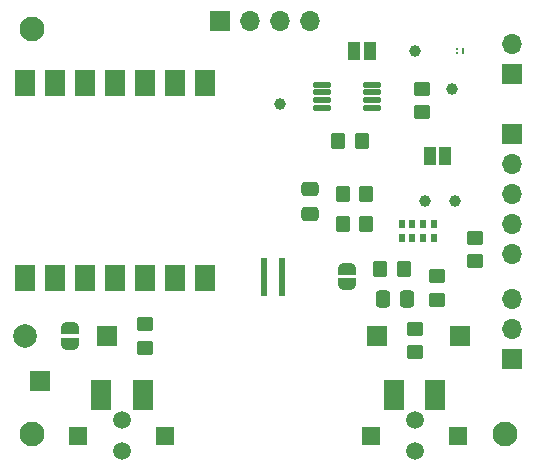
<source format=gts>
G04 #@! TF.GenerationSoftware,KiCad,Pcbnew,(6.0.0-0)*
G04 #@! TF.CreationDate,2022-02-18T10:32:57-06:00*
G04 #@! TF.ProjectId,PhysarumV1,50687973-6172-4756-9d56-312e6b696361,rev?*
G04 #@! TF.SameCoordinates,Original*
G04 #@! TF.FileFunction,Soldermask,Top*
G04 #@! TF.FilePolarity,Negative*
%FSLAX46Y46*%
G04 Gerber Fmt 4.6, Leading zero omitted, Abs format (unit mm)*
G04 Created by KiCad (PCBNEW (6.0.0-0)) date 2022-02-18 10:32:57*
%MOMM*%
%LPD*%
G01*
G04 APERTURE LIST*
G04 Aperture macros list*
%AMRoundRect*
0 Rectangle with rounded corners*
0 $1 Rounding radius*
0 $2 $3 $4 $5 $6 $7 $8 $9 X,Y pos of 4 corners*
0 Add a 4 corners polygon primitive as box body*
4,1,4,$2,$3,$4,$5,$6,$7,$8,$9,$2,$3,0*
0 Add four circle primitives for the rounded corners*
1,1,$1+$1,$2,$3*
1,1,$1+$1,$4,$5*
1,1,$1+$1,$6,$7*
1,1,$1+$1,$8,$9*
0 Add four rect primitives between the rounded corners*
20,1,$1+$1,$2,$3,$4,$5,0*
20,1,$1+$1,$4,$5,$6,$7,0*
20,1,$1+$1,$6,$7,$8,$9,0*
20,1,$1+$1,$8,$9,$2,$3,0*%
%AMFreePoly0*
4,1,22,0.500000,-0.750000,0.000000,-0.750000,0.000000,-0.745033,-0.079941,-0.743568,-0.215256,-0.701293,-0.333266,-0.622738,-0.424486,-0.514219,-0.481581,-0.384460,-0.499164,-0.250000,-0.500000,-0.250000,-0.500000,0.250000,-0.499164,0.250000,-0.499963,0.256109,-0.478152,0.396186,-0.417904,0.524511,-0.324060,0.630769,-0.204165,0.706417,-0.067858,0.745374,0.000000,0.744959,0.000000,0.750000,
0.500000,0.750000,0.500000,-0.750000,0.500000,-0.750000,$1*%
%AMFreePoly1*
4,1,20,0.000000,0.744959,0.073905,0.744508,0.209726,0.703889,0.328688,0.626782,0.421226,0.519385,0.479903,0.390333,0.500000,0.250000,0.500000,-0.250000,0.499851,-0.262216,0.476331,-0.402017,0.414519,-0.529596,0.319384,-0.634700,0.198574,-0.708877,0.061801,-0.746166,0.000000,-0.745033,0.000000,-0.750000,-0.500000,-0.750000,-0.500000,0.750000,0.000000,0.750000,0.000000,0.744959,
0.000000,0.744959,$1*%
G04 Aperture macros list end*
%ADD10R,0.600000X3.300000*%
%ADD11C,1.000000*%
%ADD12RoundRect,0.250000X0.350000X0.450000X-0.350000X0.450000X-0.350000X-0.450000X0.350000X-0.450000X0*%
%ADD13R,1.700000X1.700000*%
%ADD14O,1.700000X1.700000*%
%ADD15R,1.600000X1.600000*%
%ADD16C,1.500000*%
%ADD17R,1.800000X2.500000*%
%ADD18RoundRect,0.250000X0.337500X0.475000X-0.337500X0.475000X-0.337500X-0.475000X0.337500X-0.475000X0*%
%ADD19R,1.700000X2.200000*%
%ADD20RoundRect,0.250000X-0.350000X-0.450000X0.350000X-0.450000X0.350000X0.450000X-0.350000X0.450000X0*%
%ADD21C,2.100000*%
%ADD22RoundRect,0.250000X-0.450000X0.350000X-0.450000X-0.350000X0.450000X-0.350000X0.450000X0.350000X0*%
%ADD23R,1.000000X1.500000*%
%ADD24FreePoly0,270.000000*%
%ADD25FreePoly1,270.000000*%
%ADD26R,0.254000X0.203200*%
%ADD27R,0.254000X0.558800*%
%ADD28R,0.500000X0.800000*%
%ADD29FreePoly0,90.000000*%
%ADD30FreePoly1,90.000000*%
%ADD31RoundRect,0.250000X-0.475000X0.337500X-0.475000X-0.337500X0.475000X-0.337500X0.475000X0.337500X0*%
%ADD32RoundRect,0.250000X0.450000X-0.350000X0.450000X0.350000X-0.450000X0.350000X-0.450000X-0.350000X0*%
%ADD33RoundRect,0.028800X-0.706200X-0.211200X0.706200X-0.211200X0.706200X0.211200X-0.706200X0.211200X0*%
%ADD34C,2.000000*%
G04 APERTURE END LIST*
D10*
X23660000Y-29900000D03*
X22160000Y-29900000D03*
D11*
X35830000Y-23495000D03*
D12*
X30845000Y-25400000D03*
X28845000Y-25400000D03*
D13*
X43180000Y-12705000D03*
D14*
X43180000Y-10165000D03*
D13*
X31750000Y-34925000D03*
D15*
X13810000Y-43380000D03*
D16*
X10160000Y-44630000D03*
X10160000Y-42030000D03*
D15*
X6460000Y-43380000D03*
D17*
X11910000Y-39880000D03*
X8410000Y-39880000D03*
D18*
X34290000Y-31750000D03*
X32215000Y-31750000D03*
D19*
X1902500Y-13440000D03*
X4442500Y-13440000D03*
X6982500Y-13440000D03*
X9522500Y-13440000D03*
X12062500Y-13440000D03*
X14602500Y-13440000D03*
X17142500Y-13440000D03*
D20*
X32020000Y-29210000D03*
X34020000Y-29210000D03*
D21*
X2540000Y-8890000D03*
D13*
X38735000Y-34925000D03*
D22*
X12065000Y-33925000D03*
X12065000Y-35925000D03*
D15*
X38575000Y-43380000D03*
D16*
X34925000Y-42030000D03*
D15*
X31225000Y-43380000D03*
D16*
X34925000Y-44630000D03*
D17*
X36675000Y-39880000D03*
X33175000Y-39880000D03*
D23*
X36195000Y-19685000D03*
X37495000Y-19685000D03*
D19*
X17147500Y-29950000D03*
X14607500Y-29950000D03*
X12067500Y-29950000D03*
X9527500Y-29950000D03*
X6987500Y-29950000D03*
X4447500Y-29950000D03*
X1907500Y-29950000D03*
D24*
X5715000Y-34260000D03*
D25*
X5715000Y-35560000D03*
D26*
X38481000Y-10619999D03*
X38481000Y-10970001D03*
D27*
X38989000Y-10795000D03*
D28*
X36545000Y-25435000D03*
X35645000Y-25435000D03*
X34745000Y-25435000D03*
X33845000Y-25435000D03*
X33845000Y-26635000D03*
X34745000Y-26635000D03*
X35645000Y-26635000D03*
X36545000Y-26635000D03*
D13*
X43180000Y-17780000D03*
D14*
X43180000Y-20320000D03*
X43180000Y-22860000D03*
X43180000Y-25400000D03*
X43180000Y-27940000D03*
D11*
X38370000Y-23495000D03*
D29*
X29210000Y-30510000D03*
D30*
X29210000Y-29210000D03*
D12*
X30845000Y-22860000D03*
X28845000Y-22860000D03*
D31*
X26035000Y-22457500D03*
X26035000Y-24532500D03*
D13*
X8890000Y-34925000D03*
D22*
X40005000Y-26575000D03*
X40005000Y-28575000D03*
D32*
X34925000Y-36290000D03*
X34925000Y-34290000D03*
D21*
X42545000Y-43180000D03*
D13*
X3175000Y-38735000D03*
X18425000Y-8255000D03*
D14*
X20965000Y-8255000D03*
X23505000Y-8255000D03*
X26045000Y-8255000D03*
D22*
X36830000Y-29845000D03*
X36830000Y-31845000D03*
D13*
X43180000Y-36815000D03*
D14*
X43180000Y-34275000D03*
X43180000Y-31735000D03*
D21*
X2540000Y-43180000D03*
D11*
X38100000Y-13970000D03*
D33*
X27060000Y-13630000D03*
X27060000Y-14280000D03*
X27060000Y-14930000D03*
X27060000Y-15580000D03*
X31360000Y-15580000D03*
X31360000Y-14930000D03*
X31360000Y-14280000D03*
X31360000Y-13630000D03*
D11*
X34925000Y-10795000D03*
D12*
X30480000Y-18415000D03*
X28480000Y-18415000D03*
D34*
X1905000Y-34925000D03*
D11*
X23495000Y-15240000D03*
D22*
X35560000Y-13970000D03*
X35560000Y-15970000D03*
D23*
X31130000Y-10795000D03*
X29830000Y-10795000D03*
M02*

</source>
